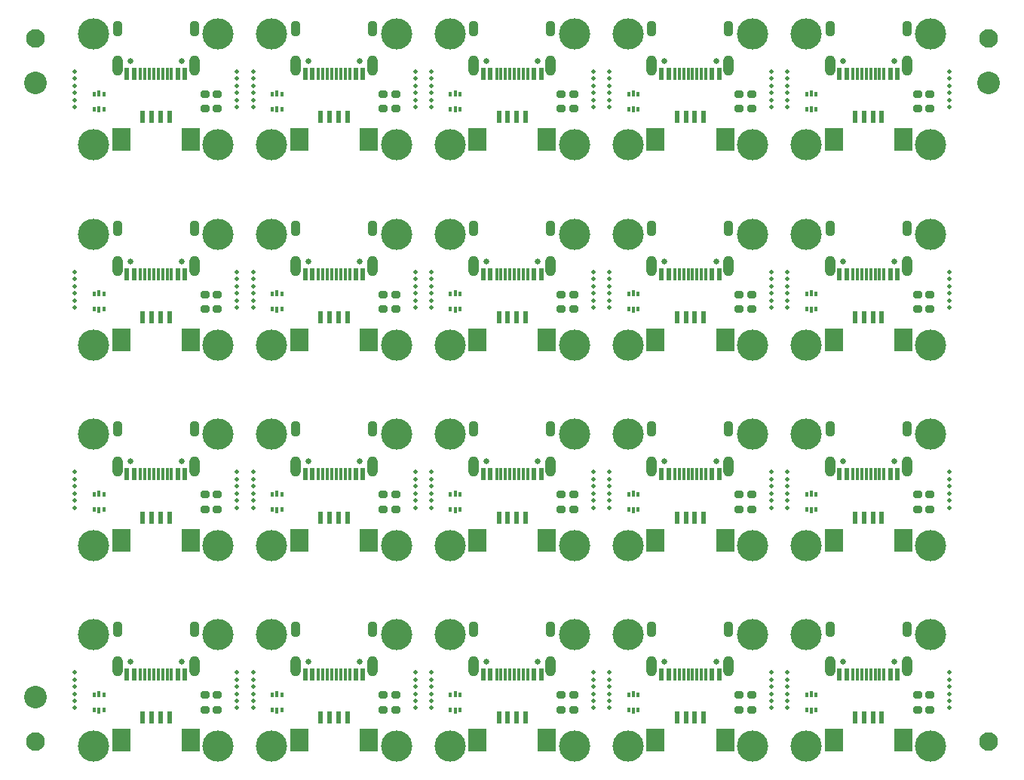
<source format=gts>
%TF.GenerationSoftware,KiCad,Pcbnew,8.0.4*%
%TF.CreationDate,2024-12-20T12:35:40+08:00*%
%TF.ProjectId,c3-type-c-out-panelized-output,63332d74-7970-4652-9d63-2d6f75742d70,rev?*%
%TF.SameCoordinates,PX5836c38PY1312d00*%
%TF.FileFunction,Soldermask,Top*%
%TF.FilePolarity,Negative*%
%FSLAX46Y46*%
G04 Gerber Fmt 4.6, Leading zero omitted, Abs format (unit mm)*
G04 Created by KiCad (PCBNEW 8.0.4) date 2024-12-20 12:35:40*
%MOMM*%
%LPD*%
G01*
G04 APERTURE LIST*
G04 Aperture macros list*
%AMRoundRect*
0 Rectangle with rounded corners*
0 $1 Rounding radius*
0 $2 $3 $4 $5 $6 $7 $8 $9 X,Y pos of 4 corners*
0 Add a 4 corners polygon primitive as box body*
4,1,4,$2,$3,$4,$5,$6,$7,$8,$9,$2,$3,0*
0 Add four circle primitives for the rounded corners*
1,1,$1+$1,$2,$3*
1,1,$1+$1,$4,$5*
1,1,$1+$1,$6,$7*
1,1,$1+$1,$8,$9*
0 Add four rect primitives between the rounded corners*
20,1,$1+$1,$2,$3,$4,$5,0*
20,1,$1+$1,$4,$5,$6,$7,0*
20,1,$1+$1,$6,$7,$8,$9,0*
20,1,$1+$1,$8,$9,$2,$3,0*%
G04 Aperture macros list end*
%ADD10C,3.500000*%
%ADD11C,0.500000*%
%ADD12C,0.650000*%
%ADD13R,0.600000X1.450000*%
%ADD14R,0.300000X1.450000*%
%ADD15O,1.200000X2.300000*%
%ADD16O,1.100000X1.800000*%
%ADD17R,0.375000X0.500000*%
%ADD18R,0.300000X0.650000*%
%ADD19RoundRect,0.200000X-0.275000X0.200000X-0.275000X-0.200000X0.275000X-0.200000X0.275000X0.200000X0*%
%ADD20C,2.100000*%
%ADD21RoundRect,0.200000X0.275000X-0.200000X0.275000X0.200000X-0.275000X0.200000X-0.275000X-0.200000X0*%
%ADD22R,0.500000X1.400000*%
%ADD23R,2.000000X2.500000*%
%ADD24C,2.540000*%
G04 APERTURE END LIST*
D10*
%TO.C,REF\u002A\u002A*%
X49001000Y-37000000D03*
%TD*%
D11*
%TO.C,KiKit_MB_10_1*%
X105101000Y-6250000D03*
%TD*%
D12*
%TO.C,J1*%
X98891000Y-50050000D03*
X93111000Y-50050000D03*
D13*
X99251000Y-51495000D03*
X98451000Y-51495000D03*
D14*
X97251000Y-51495000D03*
X96251000Y-51495000D03*
X95751000Y-51495000D03*
X94751000Y-51495000D03*
D13*
X93551000Y-51495000D03*
X92751000Y-51495000D03*
X92751000Y-51495000D03*
X93551000Y-51495000D03*
D14*
X94251000Y-51495000D03*
X95251000Y-51495000D03*
X96751000Y-51495000D03*
X97751000Y-51495000D03*
D13*
X98451000Y-51495000D03*
X99251000Y-51495000D03*
D15*
X100321000Y-50580000D03*
D16*
X100321000Y-46400000D03*
D15*
X91681000Y-50580000D03*
D16*
X91681000Y-46400000D03*
%TD*%
D10*
%TO.C,REF\u002A\u002A*%
X83001000Y-14500000D03*
%TD*%
D11*
%TO.C,KiKit_MB_39_3*%
X86901000Y-76150000D03*
%TD*%
%TO.C,KiKit_MB_1_3*%
X6901000Y-8650000D03*
%TD*%
%TO.C,KiKit_MB_37_3*%
X66901000Y-76150000D03*
%TD*%
D10*
%TO.C,REF\u002A\u002A*%
X9001000Y-2000000D03*
%TD*%
D12*
%TO.C,J1*%
X38891000Y-5050000D03*
X33111000Y-5050000D03*
D13*
X39251000Y-6495000D03*
X38451000Y-6495000D03*
D14*
X37251000Y-6495000D03*
X36251000Y-6495000D03*
X35751000Y-6495000D03*
X34751000Y-6495000D03*
D13*
X33551000Y-6495000D03*
X32751000Y-6495000D03*
X32751000Y-6495000D03*
X33551000Y-6495000D03*
D14*
X34251000Y-6495000D03*
X35251000Y-6495000D03*
X36751000Y-6495000D03*
X37751000Y-6495000D03*
D13*
X38451000Y-6495000D03*
X39251000Y-6495000D03*
D15*
X40321000Y-5580000D03*
D16*
X40321000Y-1400000D03*
D15*
X31681000Y-5580000D03*
D16*
X31681000Y-1400000D03*
%TD*%
D11*
%TO.C,KiKit_MB_10_3*%
X105101000Y-7850000D03*
%TD*%
%TO.C,KiKit_MB_19_5*%
X86901000Y-29550000D03*
%TD*%
%TO.C,KiKit_MB_31_2*%
X6901000Y-76950000D03*
%TD*%
%TO.C,KiKit_MB_26_1*%
X65101000Y-51250000D03*
%TD*%
%TO.C,KiKit_MB_20_3*%
X105101000Y-30350000D03*
%TD*%
D17*
%TO.C,U1*%
X70138500Y-76250000D03*
D18*
X69601000Y-76175000D03*
D17*
X69063500Y-76250000D03*
X69063500Y-77950000D03*
D18*
X69601000Y-78025000D03*
D17*
X70138500Y-77950000D03*
%TD*%
D10*
%TO.C,REF\u002A\u002A*%
X63001000Y-47000000D03*
%TD*%
D17*
%TO.C,U1*%
X50138500Y-53750000D03*
D18*
X49601000Y-53675000D03*
D17*
X49063500Y-53750000D03*
X49063500Y-55450000D03*
D18*
X49601000Y-55525000D03*
D17*
X50138500Y-55450000D03*
%TD*%
D10*
%TO.C,REF\u002A\u002A*%
X29001000Y-37000000D03*
%TD*%
D12*
%TO.C,J1*%
X78891000Y-5050000D03*
X73111000Y-5050000D03*
D13*
X79251000Y-6495000D03*
X78451000Y-6495000D03*
D14*
X77251000Y-6495000D03*
X76251000Y-6495000D03*
X75751000Y-6495000D03*
X74751000Y-6495000D03*
D13*
X73551000Y-6495000D03*
X72751000Y-6495000D03*
X72751000Y-6495000D03*
X73551000Y-6495000D03*
D14*
X74251000Y-6495000D03*
X75251000Y-6495000D03*
X76751000Y-6495000D03*
X77751000Y-6495000D03*
D13*
X78451000Y-6495000D03*
X79251000Y-6495000D03*
D15*
X80321000Y-5580000D03*
D16*
X80321000Y-1400000D03*
D15*
X71681000Y-5580000D03*
D16*
X71681000Y-1400000D03*
%TD*%
D11*
%TO.C,KiKit_MB_37_6*%
X66901000Y-73750000D03*
%TD*%
%TO.C,KiKit_MB_22_2*%
X25101000Y-52050000D03*
%TD*%
D17*
%TO.C,U1*%
X10138500Y-53750000D03*
D18*
X9601000Y-53675000D03*
D17*
X9063500Y-53750000D03*
X9063500Y-55450000D03*
D18*
X9601000Y-55525000D03*
D17*
X10138500Y-55450000D03*
%TD*%
D10*
%TO.C,REF\u002A\u002A*%
X69001000Y-59500000D03*
%TD*%
D11*
%TO.C,KiKit_MB_3_1*%
X26901000Y-10250000D03*
%TD*%
D12*
%TO.C,J1*%
X18891000Y-27550000D03*
X13111000Y-27550000D03*
D13*
X19251000Y-28995000D03*
X18451000Y-28995000D03*
D14*
X17251000Y-28995000D03*
X16251000Y-28995000D03*
X15751000Y-28995000D03*
X14751000Y-28995000D03*
D13*
X13551000Y-28995000D03*
X12751000Y-28995000D03*
X12751000Y-28995000D03*
X13551000Y-28995000D03*
D14*
X14251000Y-28995000D03*
X15251000Y-28995000D03*
X16751000Y-28995000D03*
X17751000Y-28995000D03*
D13*
X18451000Y-28995000D03*
X19251000Y-28995000D03*
D15*
X20321000Y-28080000D03*
D16*
X20321000Y-23900000D03*
D15*
X11681000Y-28080000D03*
D16*
X11681000Y-23900000D03*
%TD*%
D11*
%TO.C,KiKit_MB_38_6*%
X85101000Y-77750000D03*
%TD*%
%TO.C,KiKit_MB_38_2*%
X85101000Y-74550000D03*
%TD*%
%TO.C,KiKit_MB_10_5*%
X105101000Y-9450000D03*
%TD*%
D10*
%TO.C,REF\u002A\u002A*%
X9001000Y-47000000D03*
%TD*%
D11*
%TO.C,KiKit_MB_23_1*%
X26901000Y-55250000D03*
%TD*%
%TO.C,KiKit_MB_22_1*%
X25101000Y-51250000D03*
%TD*%
D17*
%TO.C,U1*%
X70138500Y-53750000D03*
D18*
X69601000Y-53675000D03*
D17*
X69063500Y-53750000D03*
X69063500Y-55450000D03*
D18*
X69601000Y-55525000D03*
D17*
X70138500Y-55450000D03*
%TD*%
D11*
%TO.C,KiKit_MB_31_5*%
X6901000Y-74550000D03*
%TD*%
D12*
%TO.C,J1*%
X58891000Y-72550000D03*
X53111000Y-72550000D03*
D13*
X59251000Y-73995000D03*
X58451000Y-73995000D03*
D14*
X57251000Y-73995000D03*
X56251000Y-73995000D03*
X55751000Y-73995000D03*
X54751000Y-73995000D03*
D13*
X53551000Y-73995000D03*
X52751000Y-73995000D03*
X52751000Y-73995000D03*
X53551000Y-73995000D03*
D14*
X54251000Y-73995000D03*
X55251000Y-73995000D03*
X56751000Y-73995000D03*
X57751000Y-73995000D03*
D13*
X58451000Y-73995000D03*
X59251000Y-73995000D03*
D15*
X60321000Y-73080000D03*
D16*
X60321000Y-68900000D03*
D15*
X51681000Y-73080000D03*
D16*
X51681000Y-68900000D03*
%TD*%
D19*
%TO.C,R2*%
X81501000Y-8775000D03*
X81501000Y-10425000D03*
%TD*%
D11*
%TO.C,KiKit_MB_12_4*%
X25101000Y-31150000D03*
%TD*%
%TO.C,KiKit_MB_33_4*%
X26901000Y-75350000D03*
%TD*%
D10*
%TO.C,REF\u002A\u002A*%
X23001000Y-2000000D03*
%TD*%
D11*
%TO.C,KiKit_MB_32_6*%
X25101000Y-77750000D03*
%TD*%
D10*
%TO.C,REF\u002A\u002A*%
X43001000Y-47000000D03*
%TD*%
D11*
%TO.C,KiKit_MB_20_6*%
X105101000Y-32750000D03*
%TD*%
D10*
%TO.C,REF\u002A\u002A*%
X89001000Y-82000000D03*
%TD*%
D12*
%TO.C,J1*%
X18891000Y-72550000D03*
X13111000Y-72550000D03*
D13*
X19251000Y-73995000D03*
X18451000Y-73995000D03*
D14*
X17251000Y-73995000D03*
X16251000Y-73995000D03*
X15751000Y-73995000D03*
X14751000Y-73995000D03*
D13*
X13551000Y-73995000D03*
X12751000Y-73995000D03*
X12751000Y-73995000D03*
X13551000Y-73995000D03*
D14*
X14251000Y-73995000D03*
X15251000Y-73995000D03*
X16751000Y-73995000D03*
X17751000Y-73995000D03*
D13*
X18451000Y-73995000D03*
X19251000Y-73995000D03*
D15*
X20321000Y-73080000D03*
D16*
X20321000Y-68900000D03*
D15*
X11681000Y-73080000D03*
D16*
X11681000Y-68900000D03*
%TD*%
D11*
%TO.C,KiKit_MB_11_6*%
X6901000Y-28750000D03*
%TD*%
D20*
%TO.C,KiKit_TO_3*%
X2500000Y-81500000D03*
%TD*%
D10*
%TO.C,REF\u002A\u002A*%
X63001000Y-37000000D03*
%TD*%
D12*
%TO.C,J1*%
X38891000Y-50050000D03*
X33111000Y-50050000D03*
D13*
X39251000Y-51495000D03*
X38451000Y-51495000D03*
D14*
X37251000Y-51495000D03*
X36251000Y-51495000D03*
X35751000Y-51495000D03*
X34751000Y-51495000D03*
D13*
X33551000Y-51495000D03*
X32751000Y-51495000D03*
X32751000Y-51495000D03*
X33551000Y-51495000D03*
D14*
X34251000Y-51495000D03*
X35251000Y-51495000D03*
X36751000Y-51495000D03*
X37751000Y-51495000D03*
D13*
X38451000Y-51495000D03*
X39251000Y-51495000D03*
D15*
X40321000Y-50580000D03*
D16*
X40321000Y-46400000D03*
D15*
X31681000Y-50580000D03*
D16*
X31681000Y-46400000D03*
%TD*%
D20*
%TO.C,KiKit_TO_4*%
X109502000Y-81500000D03*
%TD*%
D21*
%TO.C,R1*%
X102901000Y-77925000D03*
X102901000Y-76275000D03*
%TD*%
D10*
%TO.C,REF\u002A\u002A*%
X63001000Y-24500000D03*
%TD*%
%TO.C,REF\u002A\u002A*%
X23001000Y-59500000D03*
%TD*%
D11*
%TO.C,KiKit_MB_38_1*%
X85101000Y-73750000D03*
%TD*%
D10*
%TO.C,REF\u002A\u002A*%
X63001000Y-69500000D03*
%TD*%
%TO.C,REF\u002A\u002A*%
X103001000Y-59500000D03*
%TD*%
D21*
%TO.C,R1*%
X82901000Y-55425000D03*
X82901000Y-53775000D03*
%TD*%
D11*
%TO.C,KiKit_MB_34_2*%
X45101000Y-74550000D03*
%TD*%
%TO.C,KiKit_MB_16_6*%
X65101000Y-32750000D03*
%TD*%
%TO.C,KiKit_MB_33_6*%
X26901000Y-73750000D03*
%TD*%
%TO.C,KiKit_MB_31_4*%
X6901000Y-75350000D03*
%TD*%
%TO.C,KiKit_MB_36_5*%
X65101000Y-76950000D03*
%TD*%
%TO.C,KiKit_MB_22_4*%
X25101000Y-53650000D03*
%TD*%
%TO.C,KiKit_MB_1_5*%
X6901000Y-7050000D03*
%TD*%
%TO.C,KiKit_MB_6_6*%
X65101000Y-10250000D03*
%TD*%
D10*
%TO.C,REF\u002A\u002A*%
X103001000Y-37000000D03*
%TD*%
D11*
%TO.C,KiKit_MB_32_4*%
X25101000Y-76150000D03*
%TD*%
D22*
%TO.C,J2*%
X14501000Y-33850000D03*
X15501000Y-33850000D03*
X16501000Y-33850000D03*
X17501000Y-33850000D03*
D23*
X12101000Y-36375000D03*
X19901000Y-36375000D03*
%TD*%
D11*
%TO.C,KiKit_MB_26_2*%
X65101000Y-52050000D03*
%TD*%
D17*
%TO.C,U1*%
X10138500Y-31250000D03*
D18*
X9601000Y-31175000D03*
D17*
X9063500Y-31250000D03*
X9063500Y-32950000D03*
D18*
X9601000Y-33025000D03*
D17*
X10138500Y-32950000D03*
%TD*%
D11*
%TO.C,KiKit_MB_4_6*%
X45101000Y-10250000D03*
%TD*%
%TO.C,KiKit_MB_2_5*%
X25101000Y-9450000D03*
%TD*%
%TO.C,KiKit_MB_35_2*%
X46901000Y-76950000D03*
%TD*%
%TO.C,KiKit_MB_35_6*%
X46901000Y-73750000D03*
%TD*%
%TO.C,KiKit_MB_39_5*%
X86901000Y-74550000D03*
%TD*%
%TO.C,KiKit_MB_19_1*%
X86901000Y-32750000D03*
%TD*%
D19*
%TO.C,R2*%
X101501000Y-53775000D03*
X101501000Y-55425000D03*
%TD*%
D11*
%TO.C,KiKit_MB_14_6*%
X45101000Y-32750000D03*
%TD*%
D10*
%TO.C,REF\u002A\u002A*%
X43001000Y-69500000D03*
%TD*%
D11*
%TO.C,KiKit_MB_18_2*%
X85101000Y-29550000D03*
%TD*%
%TO.C,KiKit_MB_21_3*%
X6901000Y-53650000D03*
%TD*%
%TO.C,KiKit_MB_33_1*%
X26901000Y-77750000D03*
%TD*%
D19*
%TO.C,R2*%
X21501000Y-76275000D03*
X21501000Y-77925000D03*
%TD*%
D11*
%TO.C,KiKit_MB_13_6*%
X26901000Y-28750000D03*
%TD*%
%TO.C,KiKit_MB_3_3*%
X26901000Y-8650000D03*
%TD*%
D10*
%TO.C,REF\u002A\u002A*%
X63001000Y-14500000D03*
%TD*%
D11*
%TO.C,KiKit_MB_30_2*%
X105101000Y-52050000D03*
%TD*%
%TO.C,KiKit_MB_23_2*%
X26901000Y-54450000D03*
%TD*%
%TO.C,KiKit_MB_1_6*%
X6901000Y-6250000D03*
%TD*%
%TO.C,KiKit_MB_27_1*%
X66901000Y-55250000D03*
%TD*%
%TO.C,KiKit_MB_1_4*%
X6901000Y-7850000D03*
%TD*%
%TO.C,KiKit_MB_38_3*%
X85101000Y-75350000D03*
%TD*%
D10*
%TO.C,REF\u002A\u002A*%
X89001000Y-24500000D03*
%TD*%
D11*
%TO.C,KiKit_MB_39_2*%
X86901000Y-76950000D03*
%TD*%
%TO.C,KiKit_MB_4_5*%
X45101000Y-9450000D03*
%TD*%
%TO.C,KiKit_MB_14_3*%
X45101000Y-30350000D03*
%TD*%
%TO.C,KiKit_MB_20_5*%
X105101000Y-31950000D03*
%TD*%
%TO.C,KiKit_MB_9_2*%
X86901000Y-9450000D03*
%TD*%
%TO.C,KiKit_MB_30_3*%
X105101000Y-52850000D03*
%TD*%
%TO.C,KiKit_MB_2_1*%
X25101000Y-6250000D03*
%TD*%
%TO.C,KiKit_MB_18_6*%
X85101000Y-32750000D03*
%TD*%
%TO.C,KiKit_MB_28_4*%
X85101000Y-53650000D03*
%TD*%
%TO.C,KiKit_MB_15_1*%
X46901000Y-32750000D03*
%TD*%
%TO.C,KiKit_MB_40_5*%
X105101000Y-76950000D03*
%TD*%
%TO.C,KiKit_MB_21_5*%
X6901000Y-52050000D03*
%TD*%
%TO.C,KiKit_MB_15_2*%
X46901000Y-31950000D03*
%TD*%
%TO.C,KiKit_MB_9_3*%
X86901000Y-8650000D03*
%TD*%
%TO.C,KiKit_MB_19_2*%
X86901000Y-31950000D03*
%TD*%
%TO.C,KiKit_MB_17_1*%
X66901000Y-32750000D03*
%TD*%
D22*
%TO.C,J2*%
X34501000Y-33850000D03*
X35501000Y-33850000D03*
X36501000Y-33850000D03*
X37501000Y-33850000D03*
D23*
X32101000Y-36375000D03*
X39901000Y-36375000D03*
%TD*%
D10*
%TO.C,REF\u002A\u002A*%
X83001000Y-69500000D03*
%TD*%
%TO.C,REF\u002A\u002A*%
X29001000Y-82000000D03*
%TD*%
%TO.C,REF\u002A\u002A*%
X43001000Y-59500000D03*
%TD*%
D11*
%TO.C,KiKit_MB_24_6*%
X45101000Y-55250000D03*
%TD*%
D19*
%TO.C,R2*%
X61501000Y-31275000D03*
X61501000Y-32925000D03*
%TD*%
D11*
%TO.C,KiKit_MB_30_1*%
X105101000Y-51250000D03*
%TD*%
D10*
%TO.C,REF\u002A\u002A*%
X89001000Y-14500000D03*
%TD*%
D11*
%TO.C,KiKit_MB_21_4*%
X6901000Y-52850000D03*
%TD*%
%TO.C,KiKit_MB_6_1*%
X65101000Y-6250000D03*
%TD*%
D21*
%TO.C,R1*%
X42901000Y-55425000D03*
X42901000Y-53775000D03*
%TD*%
D17*
%TO.C,U1*%
X90138500Y-76250000D03*
D18*
X89601000Y-76175000D03*
D17*
X89063500Y-76250000D03*
X89063500Y-77950000D03*
D18*
X89601000Y-78025000D03*
D17*
X90138500Y-77950000D03*
%TD*%
D21*
%TO.C,R1*%
X102901000Y-10425000D03*
X102901000Y-8775000D03*
%TD*%
D11*
%TO.C,KiKit_MB_9_1*%
X86901000Y-10250000D03*
%TD*%
D21*
%TO.C,R1*%
X62901000Y-55425000D03*
X62901000Y-53775000D03*
%TD*%
D11*
%TO.C,KiKit_MB_23_3*%
X26901000Y-53650000D03*
%TD*%
%TO.C,KiKit_MB_8_6*%
X85101000Y-10250000D03*
%TD*%
%TO.C,KiKit_MB_16_2*%
X65101000Y-29550000D03*
%TD*%
%TO.C,KiKit_MB_11_1*%
X6901000Y-32750000D03*
%TD*%
D10*
%TO.C,REF\u002A\u002A*%
X49001000Y-2000000D03*
%TD*%
D20*
%TO.C,KiKit_TO_2*%
X109502000Y-2500000D03*
%TD*%
D21*
%TO.C,R1*%
X22901000Y-55425000D03*
X22901000Y-53775000D03*
%TD*%
D11*
%TO.C,KiKit_MB_21_1*%
X6901000Y-55250000D03*
%TD*%
D10*
%TO.C,REF\u002A\u002A*%
X9001000Y-69500000D03*
%TD*%
D11*
%TO.C,KiKit_MB_13_4*%
X26901000Y-30350000D03*
%TD*%
D17*
%TO.C,U1*%
X10138500Y-76250000D03*
D18*
X9601000Y-76175000D03*
D17*
X9063500Y-76250000D03*
X9063500Y-77950000D03*
D18*
X9601000Y-78025000D03*
D17*
X10138500Y-77950000D03*
%TD*%
D10*
%TO.C,REF\u002A\u002A*%
X83001000Y-82000000D03*
%TD*%
D19*
%TO.C,R2*%
X41501000Y-76275000D03*
X41501000Y-77925000D03*
%TD*%
D11*
%TO.C,KiKit_MB_14_5*%
X45101000Y-31950000D03*
%TD*%
%TO.C,KiKit_MB_15_4*%
X46901000Y-30350000D03*
%TD*%
%TO.C,KiKit_MB_21_2*%
X6901000Y-54450000D03*
%TD*%
%TO.C,KiKit_MB_27_4*%
X66901000Y-52850000D03*
%TD*%
D10*
%TO.C,REF\u002A\u002A*%
X29001000Y-2000000D03*
%TD*%
D22*
%TO.C,J2*%
X74501000Y-78850000D03*
X75501000Y-78850000D03*
X76501000Y-78850000D03*
X77501000Y-78850000D03*
D23*
X72101000Y-81375000D03*
X79901000Y-81375000D03*
%TD*%
D10*
%TO.C,REF\u002A\u002A*%
X89001000Y-59500000D03*
%TD*%
%TO.C,REF\u002A\u002A*%
X83001000Y-2000000D03*
%TD*%
D11*
%TO.C,KiKit_MB_25_5*%
X46901000Y-52050000D03*
%TD*%
%TO.C,KiKit_MB_30_6*%
X105101000Y-55250000D03*
%TD*%
D10*
%TO.C,REF\u002A\u002A*%
X23001000Y-37000000D03*
%TD*%
D11*
%TO.C,KiKit_MB_17_4*%
X66901000Y-30350000D03*
%TD*%
%TO.C,KiKit_MB_12_5*%
X25101000Y-31950000D03*
%TD*%
%TO.C,KiKit_MB_10_6*%
X105101000Y-10250000D03*
%TD*%
%TO.C,KiKit_MB_38_5*%
X85101000Y-76950000D03*
%TD*%
%TO.C,KiKit_MB_5_2*%
X46901000Y-9450000D03*
%TD*%
D10*
%TO.C,REF\u002A\u002A*%
X23001000Y-14500000D03*
%TD*%
D22*
%TO.C,J2*%
X34501000Y-11350000D03*
X35501000Y-11350000D03*
X36501000Y-11350000D03*
X37501000Y-11350000D03*
D23*
X32101000Y-13875000D03*
X39901000Y-13875000D03*
%TD*%
D11*
%TO.C,KiKit_MB_28_6*%
X85101000Y-55250000D03*
%TD*%
D10*
%TO.C,REF\u002A\u002A*%
X43001000Y-2000000D03*
%TD*%
D17*
%TO.C,U1*%
X30138500Y-53750000D03*
D18*
X29601000Y-53675000D03*
D17*
X29063500Y-53750000D03*
X29063500Y-55450000D03*
D18*
X29601000Y-55525000D03*
D17*
X30138500Y-55450000D03*
%TD*%
D10*
%TO.C,REF\u002A\u002A*%
X9001000Y-37000000D03*
%TD*%
D12*
%TO.C,J1*%
X58891000Y-27550000D03*
X53111000Y-27550000D03*
D13*
X59251000Y-28995000D03*
X58451000Y-28995000D03*
D14*
X57251000Y-28995000D03*
X56251000Y-28995000D03*
X55751000Y-28995000D03*
X54751000Y-28995000D03*
D13*
X53551000Y-28995000D03*
X52751000Y-28995000D03*
X52751000Y-28995000D03*
X53551000Y-28995000D03*
D14*
X54251000Y-28995000D03*
X55251000Y-28995000D03*
X56751000Y-28995000D03*
X57751000Y-28995000D03*
D13*
X58451000Y-28995000D03*
X59251000Y-28995000D03*
D15*
X60321000Y-28080000D03*
D16*
X60321000Y-23900000D03*
D15*
X51681000Y-28080000D03*
D16*
X51681000Y-23900000D03*
%TD*%
D11*
%TO.C,KiKit_MB_8_4*%
X85101000Y-8650000D03*
%TD*%
%TO.C,KiKit_MB_35_3*%
X46901000Y-76150000D03*
%TD*%
D21*
%TO.C,R1*%
X42901000Y-10425000D03*
X42901000Y-8775000D03*
%TD*%
D11*
%TO.C,KiKit_MB_37_5*%
X66901000Y-74550000D03*
%TD*%
D22*
%TO.C,J2*%
X54501000Y-33850000D03*
X55501000Y-33850000D03*
X56501000Y-33850000D03*
X57501000Y-33850000D03*
D23*
X52101000Y-36375000D03*
X59901000Y-36375000D03*
%TD*%
D11*
%TO.C,KiKit_MB_39_6*%
X86901000Y-73750000D03*
%TD*%
D21*
%TO.C,R1*%
X102901000Y-55425000D03*
X102901000Y-53775000D03*
%TD*%
D11*
%TO.C,KiKit_MB_1_1*%
X6901000Y-10250000D03*
%TD*%
D10*
%TO.C,REF\u002A\u002A*%
X103001000Y-2000000D03*
%TD*%
D11*
%TO.C,KiKit_MB_16_1*%
X65101000Y-28750000D03*
%TD*%
D19*
%TO.C,R2*%
X101501000Y-8775000D03*
X101501000Y-10425000D03*
%TD*%
D11*
%TO.C,KiKit_MB_11_5*%
X6901000Y-29550000D03*
%TD*%
%TO.C,KiKit_MB_33_3*%
X26901000Y-76150000D03*
%TD*%
%TO.C,KiKit_MB_39_1*%
X86901000Y-77750000D03*
%TD*%
%TO.C,KiKit_MB_12_3*%
X25101000Y-30350000D03*
%TD*%
%TO.C,KiKit_MB_24_3*%
X45101000Y-52850000D03*
%TD*%
%TO.C,KiKit_MB_10_4*%
X105101000Y-8650000D03*
%TD*%
D10*
%TO.C,REF\u002A\u002A*%
X103001000Y-24500000D03*
%TD*%
D22*
%TO.C,J2*%
X74501000Y-56350000D03*
X75501000Y-56350000D03*
X76501000Y-56350000D03*
X77501000Y-56350000D03*
D23*
X72101000Y-58875000D03*
X79901000Y-58875000D03*
%TD*%
D11*
%TO.C,KiKit_MB_30_5*%
X105101000Y-54450000D03*
%TD*%
D19*
%TO.C,R2*%
X81501000Y-31275000D03*
X81501000Y-32925000D03*
%TD*%
D11*
%TO.C,KiKit_MB_12_6*%
X25101000Y-32750000D03*
%TD*%
%TO.C,KiKit_MB_8_5*%
X85101000Y-9450000D03*
%TD*%
%TO.C,KiKit_MB_40_6*%
X105101000Y-77750000D03*
%TD*%
D10*
%TO.C,REF\u002A\u002A*%
X49001000Y-69500000D03*
%TD*%
D11*
%TO.C,KiKit_MB_32_2*%
X25101000Y-74550000D03*
%TD*%
%TO.C,KiKit_MB_24_1*%
X45101000Y-51250000D03*
%TD*%
D10*
%TO.C,REF\u002A\u002A*%
X103001000Y-14500000D03*
%TD*%
D11*
%TO.C,KiKit_MB_5_5*%
X46901000Y-7050000D03*
%TD*%
%TO.C,KiKit_MB_5_4*%
X46901000Y-7850000D03*
%TD*%
D22*
%TO.C,J2*%
X74501000Y-33850000D03*
X75501000Y-33850000D03*
X76501000Y-33850000D03*
X77501000Y-33850000D03*
D23*
X72101000Y-36375000D03*
X79901000Y-36375000D03*
%TD*%
D11*
%TO.C,KiKit_MB_23_4*%
X26901000Y-52850000D03*
%TD*%
%TO.C,KiKit_MB_35_1*%
X46901000Y-77750000D03*
%TD*%
%TO.C,KiKit_MB_28_1*%
X85101000Y-51250000D03*
%TD*%
D10*
%TO.C,REF\u002A\u002A*%
X29001000Y-47000000D03*
%TD*%
D21*
%TO.C,R1*%
X62901000Y-77925000D03*
X62901000Y-76275000D03*
%TD*%
D11*
%TO.C,KiKit_MB_17_2*%
X66901000Y-31950000D03*
%TD*%
%TO.C,KiKit_MB_24_2*%
X45101000Y-52050000D03*
%TD*%
D19*
%TO.C,R2*%
X21501000Y-8775000D03*
X21501000Y-10425000D03*
%TD*%
D11*
%TO.C,KiKit_MB_32_3*%
X25101000Y-75350000D03*
%TD*%
D12*
%TO.C,J1*%
X78891000Y-50050000D03*
X73111000Y-50050000D03*
D13*
X79251000Y-51495000D03*
X78451000Y-51495000D03*
D14*
X77251000Y-51495000D03*
X76251000Y-51495000D03*
X75751000Y-51495000D03*
X74751000Y-51495000D03*
D13*
X73551000Y-51495000D03*
X72751000Y-51495000D03*
X72751000Y-51495000D03*
X73551000Y-51495000D03*
D14*
X74251000Y-51495000D03*
X75251000Y-51495000D03*
X76751000Y-51495000D03*
X77751000Y-51495000D03*
D13*
X78451000Y-51495000D03*
X79251000Y-51495000D03*
D15*
X80321000Y-50580000D03*
D16*
X80321000Y-46400000D03*
D15*
X71681000Y-50580000D03*
D16*
X71681000Y-46400000D03*
%TD*%
D10*
%TO.C,REF\u002A\u002A*%
X63001000Y-2000000D03*
%TD*%
D22*
%TO.C,J2*%
X94501000Y-33850000D03*
X95501000Y-33850000D03*
X96501000Y-33850000D03*
X97501000Y-33850000D03*
D23*
X92101000Y-36375000D03*
X99901000Y-36375000D03*
%TD*%
D11*
%TO.C,KiKit_MB_2_3*%
X25101000Y-7850000D03*
%TD*%
D17*
%TO.C,U1*%
X50138500Y-31250000D03*
D18*
X49601000Y-31175000D03*
D17*
X49063500Y-31250000D03*
X49063500Y-32950000D03*
D18*
X49601000Y-33025000D03*
D17*
X50138500Y-32950000D03*
%TD*%
D10*
%TO.C,REF\u002A\u002A*%
X89001000Y-69500000D03*
%TD*%
D11*
%TO.C,KiKit_MB_26_3*%
X65101000Y-52850000D03*
%TD*%
%TO.C,KiKit_MB_7_2*%
X66901000Y-9450000D03*
%TD*%
D21*
%TO.C,R1*%
X42901000Y-77925000D03*
X42901000Y-76275000D03*
%TD*%
D10*
%TO.C,REF\u002A\u002A*%
X49001000Y-14500000D03*
%TD*%
D11*
%TO.C,KiKit_MB_11_2*%
X6901000Y-31950000D03*
%TD*%
%TO.C,KiKit_MB_9_4*%
X86901000Y-7850000D03*
%TD*%
D10*
%TO.C,REF\u002A\u002A*%
X89001000Y-2000000D03*
%TD*%
D11*
%TO.C,KiKit_MB_17_5*%
X66901000Y-29550000D03*
%TD*%
D24*
%TO.C,KiKit_FID_T_1*%
X2500000Y-7500000D03*
%TD*%
D11*
%TO.C,KiKit_MB_6_3*%
X65101000Y-7850000D03*
%TD*%
D22*
%TO.C,J2*%
X94501000Y-78850000D03*
X95501000Y-78850000D03*
X96501000Y-78850000D03*
X97501000Y-78850000D03*
D23*
X92101000Y-81375000D03*
X99901000Y-81375000D03*
%TD*%
D11*
%TO.C,KiKit_MB_25_3*%
X46901000Y-53650000D03*
%TD*%
D21*
%TO.C,R1*%
X82901000Y-32925000D03*
X82901000Y-31275000D03*
%TD*%
D11*
%TO.C,KiKit_MB_36_2*%
X65101000Y-74550000D03*
%TD*%
%TO.C,KiKit_MB_19_6*%
X86901000Y-28750000D03*
%TD*%
D17*
%TO.C,U1*%
X90138500Y-8750000D03*
D18*
X89601000Y-8675000D03*
D17*
X89063500Y-8750000D03*
X89063500Y-10450000D03*
D18*
X89601000Y-10525000D03*
D17*
X90138500Y-10450000D03*
%TD*%
D24*
%TO.C,KiKit_FID_T_2*%
X109502000Y-7500000D03*
%TD*%
D19*
%TO.C,R2*%
X61501000Y-76275000D03*
X61501000Y-77925000D03*
%TD*%
D11*
%TO.C,KiKit_MB_4_3*%
X45101000Y-7850000D03*
%TD*%
D10*
%TO.C,REF\u002A\u002A*%
X43001000Y-37000000D03*
%TD*%
D11*
%TO.C,KiKit_MB_4_2*%
X45101000Y-7050000D03*
%TD*%
D22*
%TO.C,J2*%
X54501000Y-78850000D03*
X55501000Y-78850000D03*
X56501000Y-78850000D03*
X57501000Y-78850000D03*
D23*
X52101000Y-81375000D03*
X59901000Y-81375000D03*
%TD*%
D10*
%TO.C,REF\u002A\u002A*%
X69001000Y-14500000D03*
%TD*%
D11*
%TO.C,KiKit_MB_7_4*%
X66901000Y-7850000D03*
%TD*%
%TO.C,KiKit_MB_25_1*%
X46901000Y-55250000D03*
%TD*%
D19*
%TO.C,R2*%
X41501000Y-31275000D03*
X41501000Y-32925000D03*
%TD*%
D10*
%TO.C,REF\u002A\u002A*%
X9001000Y-82000000D03*
%TD*%
D21*
%TO.C,R1*%
X102901000Y-32925000D03*
X102901000Y-31275000D03*
%TD*%
D11*
%TO.C,KiKit_MB_25_2*%
X46901000Y-54450000D03*
%TD*%
%TO.C,KiKit_MB_25_6*%
X46901000Y-51250000D03*
%TD*%
D17*
%TO.C,U1*%
X30138500Y-8750000D03*
D18*
X29601000Y-8675000D03*
D17*
X29063500Y-8750000D03*
X29063500Y-10450000D03*
D18*
X29601000Y-10525000D03*
D17*
X30138500Y-10450000D03*
%TD*%
D11*
%TO.C,KiKit_MB_8_1*%
X85101000Y-6250000D03*
%TD*%
D19*
%TO.C,R2*%
X41501000Y-8775000D03*
X41501000Y-10425000D03*
%TD*%
D21*
%TO.C,R1*%
X22901000Y-10425000D03*
X22901000Y-8775000D03*
%TD*%
D11*
%TO.C,KiKit_MB_27_5*%
X66901000Y-52050000D03*
%TD*%
%TO.C,KiKit_MB_40_2*%
X105101000Y-74550000D03*
%TD*%
%TO.C,KiKit_MB_29_5*%
X86901000Y-52050000D03*
%TD*%
%TO.C,KiKit_MB_34_5*%
X45101000Y-76950000D03*
%TD*%
%TO.C,KiKit_MB_19_3*%
X86901000Y-31150000D03*
%TD*%
%TO.C,KiKit_MB_5_1*%
X46901000Y-10250000D03*
%TD*%
%TO.C,KiKit_MB_18_3*%
X85101000Y-30350000D03*
%TD*%
%TO.C,KiKit_MB_11_4*%
X6901000Y-30350000D03*
%TD*%
D10*
%TO.C,REF\u002A\u002A*%
X43001000Y-24500000D03*
%TD*%
D22*
%TO.C,J2*%
X14501000Y-56350000D03*
X15501000Y-56350000D03*
X16501000Y-56350000D03*
X17501000Y-56350000D03*
D23*
X12101000Y-58875000D03*
X19901000Y-58875000D03*
%TD*%
D11*
%TO.C,KiKit_MB_10_2*%
X105101000Y-7050000D03*
%TD*%
%TO.C,KiKit_MB_35_5*%
X46901000Y-74550000D03*
%TD*%
%TO.C,KiKit_MB_6_4*%
X65101000Y-8650000D03*
%TD*%
D10*
%TO.C,REF\u002A\u002A*%
X83001000Y-37000000D03*
%TD*%
D11*
%TO.C,KiKit_MB_31_6*%
X6901000Y-73750000D03*
%TD*%
%TO.C,KiKit_MB_27_6*%
X66901000Y-51250000D03*
%TD*%
%TO.C,KiKit_MB_6_5*%
X65101000Y-9450000D03*
%TD*%
D10*
%TO.C,REF\u002A\u002A*%
X63001000Y-59500000D03*
%TD*%
D11*
%TO.C,KiKit_MB_3_4*%
X26901000Y-7850000D03*
%TD*%
D10*
%TO.C,REF\u002A\u002A*%
X43001000Y-82000000D03*
%TD*%
D11*
%TO.C,KiKit_MB_13_5*%
X26901000Y-29550000D03*
%TD*%
D21*
%TO.C,R1*%
X62901000Y-32925000D03*
X62901000Y-31275000D03*
%TD*%
D22*
%TO.C,J2*%
X74501000Y-11350000D03*
X75501000Y-11350000D03*
X76501000Y-11350000D03*
X77501000Y-11350000D03*
D23*
X72101000Y-13875000D03*
X79901000Y-13875000D03*
%TD*%
D17*
%TO.C,U1*%
X50138500Y-8750000D03*
D18*
X49601000Y-8675000D03*
D17*
X49063500Y-8750000D03*
X49063500Y-10450000D03*
D18*
X49601000Y-10525000D03*
D17*
X50138500Y-10450000D03*
%TD*%
D12*
%TO.C,J1*%
X18891000Y-50050000D03*
X13111000Y-50050000D03*
D13*
X19251000Y-51495000D03*
X18451000Y-51495000D03*
D14*
X17251000Y-51495000D03*
X16251000Y-51495000D03*
X15751000Y-51495000D03*
X14751000Y-51495000D03*
D13*
X13551000Y-51495000D03*
X12751000Y-51495000D03*
X12751000Y-51495000D03*
X13551000Y-51495000D03*
D14*
X14251000Y-51495000D03*
X15251000Y-51495000D03*
X16751000Y-51495000D03*
X17751000Y-51495000D03*
D13*
X18451000Y-51495000D03*
X19251000Y-51495000D03*
D15*
X20321000Y-50580000D03*
D16*
X20321000Y-46400000D03*
D15*
X11681000Y-50580000D03*
D16*
X11681000Y-46400000D03*
%TD*%
D11*
%TO.C,KiKit_MB_38_4*%
X85101000Y-76150000D03*
%TD*%
D19*
%TO.C,R2*%
X101501000Y-31275000D03*
X101501000Y-32925000D03*
%TD*%
D11*
%TO.C,KiKit_MB_2_4*%
X25101000Y-8650000D03*
%TD*%
%TO.C,KiKit_MB_36_4*%
X65101000Y-76150000D03*
%TD*%
%TO.C,KiKit_MB_32_5*%
X25101000Y-76950000D03*
%TD*%
D21*
%TO.C,R1*%
X62901000Y-10425000D03*
X62901000Y-8775000D03*
%TD*%
D10*
%TO.C,REF\u002A\u002A*%
X49001000Y-24500000D03*
%TD*%
%TO.C,REF\u002A\u002A*%
X69001000Y-37000000D03*
%TD*%
D22*
%TO.C,J2*%
X54501000Y-56350000D03*
X55501000Y-56350000D03*
X56501000Y-56350000D03*
X57501000Y-56350000D03*
D23*
X52101000Y-58875000D03*
X59901000Y-58875000D03*
%TD*%
D11*
%TO.C,KiKit_MB_18_5*%
X85101000Y-31950000D03*
%TD*%
%TO.C,KiKit_MB_15_3*%
X46901000Y-31150000D03*
%TD*%
%TO.C,KiKit_MB_29_3*%
X86901000Y-53650000D03*
%TD*%
D10*
%TO.C,REF\u002A\u002A*%
X23001000Y-69500000D03*
%TD*%
%TO.C,REF\u002A\u002A*%
X29001000Y-69500000D03*
%TD*%
D11*
%TO.C,KiKit_MB_31_1*%
X6901000Y-77750000D03*
%TD*%
%TO.C,KiKit_MB_22_3*%
X25101000Y-52850000D03*
%TD*%
D17*
%TO.C,U1*%
X10138500Y-8750000D03*
D18*
X9601000Y-8675000D03*
D17*
X9063500Y-8750000D03*
X9063500Y-10450000D03*
D18*
X9601000Y-10525000D03*
D17*
X10138500Y-10450000D03*
%TD*%
D11*
%TO.C,KiKit_MB_28_2*%
X85101000Y-52050000D03*
%TD*%
%TO.C,KiKit_MB_16_3*%
X65101000Y-30350000D03*
%TD*%
D12*
%TO.C,J1*%
X78891000Y-72550000D03*
X73111000Y-72550000D03*
D13*
X79251000Y-73995000D03*
X78451000Y-73995000D03*
D14*
X77251000Y-73995000D03*
X76251000Y-73995000D03*
X75751000Y-73995000D03*
X74751000Y-73995000D03*
D13*
X73551000Y-73995000D03*
X72751000Y-73995000D03*
X72751000Y-73995000D03*
X73551000Y-73995000D03*
D14*
X74251000Y-73995000D03*
X75251000Y-73995000D03*
X76751000Y-73995000D03*
X77751000Y-73995000D03*
D13*
X78451000Y-73995000D03*
X79251000Y-73995000D03*
D15*
X80321000Y-73080000D03*
D16*
X80321000Y-68900000D03*
D15*
X71681000Y-73080000D03*
D16*
X71681000Y-68900000D03*
%TD*%
D22*
%TO.C,J2*%
X34501000Y-78850000D03*
X35501000Y-78850000D03*
X36501000Y-78850000D03*
X37501000Y-78850000D03*
D23*
X32101000Y-81375000D03*
X39901000Y-81375000D03*
%TD*%
D11*
%TO.C,KiKit_MB_4_1*%
X45101000Y-6250000D03*
%TD*%
D12*
%TO.C,J1*%
X38891000Y-72550000D03*
X33111000Y-72550000D03*
D13*
X39251000Y-73995000D03*
X38451000Y-73995000D03*
D14*
X37251000Y-73995000D03*
X36251000Y-73995000D03*
X35751000Y-73995000D03*
X34751000Y-73995000D03*
D13*
X33551000Y-73995000D03*
X32751000Y-73995000D03*
X32751000Y-73995000D03*
X33551000Y-73995000D03*
D14*
X34251000Y-73995000D03*
X35251000Y-73995000D03*
X36751000Y-73995000D03*
X37751000Y-73995000D03*
D13*
X38451000Y-73995000D03*
X39251000Y-73995000D03*
D15*
X40321000Y-73080000D03*
D16*
X40321000Y-68900000D03*
D15*
X31681000Y-73080000D03*
D16*
X31681000Y-68900000D03*
%TD*%
D11*
%TO.C,KiKit_MB_19_4*%
X86901000Y-30350000D03*
%TD*%
%TO.C,KiKit_MB_9_5*%
X86901000Y-7050000D03*
%TD*%
%TO.C,KiKit_MB_8_3*%
X85101000Y-7850000D03*
%TD*%
%TO.C,KiKit_MB_9_6*%
X86901000Y-6250000D03*
%TD*%
%TO.C,KiKit_MB_37_2*%
X66901000Y-76950000D03*
%TD*%
%TO.C,KiKit_MB_29_4*%
X86901000Y-52850000D03*
%TD*%
D17*
%TO.C,U1*%
X90138500Y-53750000D03*
D18*
X89601000Y-53675000D03*
D17*
X89063500Y-53750000D03*
X89063500Y-55450000D03*
D18*
X89601000Y-55525000D03*
D17*
X90138500Y-55450000D03*
%TD*%
D11*
%TO.C,KiKit_MB_33_2*%
X26901000Y-76950000D03*
%TD*%
%TO.C,KiKit_MB_39_4*%
X86901000Y-75350000D03*
%TD*%
D19*
%TO.C,R2*%
X81501000Y-76275000D03*
X81501000Y-77925000D03*
%TD*%
D11*
%TO.C,KiKit_MB_36_1*%
X65101000Y-73750000D03*
%TD*%
%TO.C,KiKit_MB_20_2*%
X105101000Y-29550000D03*
%TD*%
D10*
%TO.C,REF\u002A\u002A*%
X23001000Y-24500000D03*
%TD*%
D11*
%TO.C,KiKit_MB_25_4*%
X46901000Y-52850000D03*
%TD*%
D21*
%TO.C,R1*%
X82901000Y-77925000D03*
X82901000Y-76275000D03*
%TD*%
D12*
%TO.C,J1*%
X18891000Y-5050000D03*
X13111000Y-5050000D03*
D13*
X19251000Y-6495000D03*
X18451000Y-6495000D03*
D14*
X17251000Y-6495000D03*
X16251000Y-6495000D03*
X15751000Y-6495000D03*
X14751000Y-6495000D03*
D13*
X13551000Y-6495000D03*
X12751000Y-6495000D03*
X12751000Y-6495000D03*
X13551000Y-6495000D03*
D14*
X14251000Y-6495000D03*
X15251000Y-6495000D03*
X16751000Y-6495000D03*
X17751000Y-6495000D03*
D13*
X18451000Y-6495000D03*
X19251000Y-6495000D03*
D15*
X20321000Y-5580000D03*
D16*
X20321000Y-1400000D03*
D15*
X11681000Y-5580000D03*
D16*
X11681000Y-1400000D03*
%TD*%
D10*
%TO.C,REF\u002A\u002A*%
X29001000Y-59500000D03*
%TD*%
D11*
%TO.C,KiKit_MB_18_1*%
X85101000Y-28750000D03*
%TD*%
%TO.C,KiKit_MB_35_4*%
X46901000Y-75350000D03*
%TD*%
D19*
%TO.C,R2*%
X61501000Y-8775000D03*
X61501000Y-10425000D03*
%TD*%
D11*
%TO.C,KiKit_MB_6_2*%
X65101000Y-7050000D03*
%TD*%
%TO.C,KiKit_MB_33_5*%
X26901000Y-74550000D03*
%TD*%
%TO.C,KiKit_MB_23_6*%
X26901000Y-51250000D03*
%TD*%
D22*
%TO.C,J2*%
X34501000Y-56350000D03*
X35501000Y-56350000D03*
X36501000Y-56350000D03*
X37501000Y-56350000D03*
D23*
X32101000Y-58875000D03*
X39901000Y-58875000D03*
%TD*%
D11*
%TO.C,KiKit_MB_7_5*%
X66901000Y-7050000D03*
%TD*%
%TO.C,KiKit_MB_14_4*%
X45101000Y-31150000D03*
%TD*%
%TO.C,KiKit_MB_5_6*%
X46901000Y-6250000D03*
%TD*%
%TO.C,KiKit_MB_29_1*%
X86901000Y-55250000D03*
%TD*%
%TO.C,KiKit_MB_13_3*%
X26901000Y-31150000D03*
%TD*%
D22*
%TO.C,J2*%
X14501000Y-11350000D03*
X15501000Y-11350000D03*
X16501000Y-11350000D03*
X17501000Y-11350000D03*
D23*
X12101000Y-13875000D03*
X19901000Y-13875000D03*
%TD*%
D11*
%TO.C,KiKit_MB_14_2*%
X45101000Y-29550000D03*
%TD*%
D21*
%TO.C,R1*%
X22901000Y-77925000D03*
X22901000Y-76275000D03*
%TD*%
D11*
%TO.C,KiKit_MB_28_3*%
X85101000Y-52850000D03*
%TD*%
%TO.C,KiKit_MB_4_4*%
X45101000Y-8650000D03*
%TD*%
%TO.C,KiKit_MB_20_1*%
X105101000Y-28750000D03*
%TD*%
D17*
%TO.C,U1*%
X70138500Y-31250000D03*
D18*
X69601000Y-31175000D03*
D17*
X69063500Y-31250000D03*
X69063500Y-32950000D03*
D18*
X69601000Y-33025000D03*
D17*
X70138500Y-32950000D03*
%TD*%
D11*
%TO.C,KiKit_MB_40_3*%
X105101000Y-75350000D03*
%TD*%
%TO.C,KiKit_MB_15_5*%
X46901000Y-29550000D03*
%TD*%
%TO.C,KiKit_MB_23_5*%
X26901000Y-52050000D03*
%TD*%
D22*
%TO.C,J2*%
X54501000Y-11350000D03*
X55501000Y-11350000D03*
X56501000Y-11350000D03*
X57501000Y-11350000D03*
D23*
X52101000Y-13875000D03*
X59901000Y-13875000D03*
%TD*%
D11*
%TO.C,KiKit_MB_32_1*%
X25101000Y-73750000D03*
%TD*%
%TO.C,KiKit_MB_26_6*%
X65101000Y-55250000D03*
%TD*%
%TO.C,KiKit_MB_1_2*%
X6901000Y-9450000D03*
%TD*%
%TO.C,KiKit_MB_11_3*%
X6901000Y-31150000D03*
%TD*%
%TO.C,KiKit_MB_24_4*%
X45101000Y-53650000D03*
%TD*%
D17*
%TO.C,U1*%
X70138500Y-8750000D03*
D18*
X69601000Y-8675000D03*
D17*
X69063500Y-8750000D03*
X69063500Y-10450000D03*
D18*
X69601000Y-10525000D03*
D17*
X70138500Y-10450000D03*
%TD*%
D11*
%TO.C,KiKit_MB_3_6*%
X26901000Y-6250000D03*
%TD*%
D12*
%TO.C,J1*%
X58891000Y-50050000D03*
X53111000Y-50050000D03*
D13*
X59251000Y-51495000D03*
X58451000Y-51495000D03*
D14*
X57251000Y-51495000D03*
X56251000Y-51495000D03*
X55751000Y-51495000D03*
X54751000Y-51495000D03*
D13*
X53551000Y-51495000D03*
X52751000Y-51495000D03*
X52751000Y-51495000D03*
X53551000Y-51495000D03*
D14*
X54251000Y-51495000D03*
X55251000Y-51495000D03*
X56751000Y-51495000D03*
X57751000Y-51495000D03*
D13*
X58451000Y-51495000D03*
X59251000Y-51495000D03*
D15*
X60321000Y-50580000D03*
D16*
X60321000Y-46400000D03*
D15*
X51681000Y-50580000D03*
D16*
X51681000Y-46400000D03*
%TD*%
D12*
%TO.C,J1*%
X78891000Y-27550000D03*
X73111000Y-27550000D03*
D13*
X79251000Y-28995000D03*
X78451000Y-28995000D03*
D14*
X77251000Y-28995000D03*
X76251000Y-28995000D03*
X75751000Y-28995000D03*
X74751000Y-28995000D03*
D13*
X73551000Y-28995000D03*
X72751000Y-28995000D03*
X72751000Y-28995000D03*
X73551000Y-28995000D03*
D14*
X74251000Y-28995000D03*
X75251000Y-28995000D03*
X76751000Y-28995000D03*
X77751000Y-28995000D03*
D13*
X78451000Y-28995000D03*
X79251000Y-28995000D03*
D15*
X80321000Y-28080000D03*
D16*
X80321000Y-23900000D03*
D15*
X71681000Y-28080000D03*
D16*
X71681000Y-23900000D03*
%TD*%
D10*
%TO.C,REF\u002A\u002A*%
X23001000Y-82000000D03*
%TD*%
D11*
%TO.C,KiKit_MB_34_3*%
X45101000Y-75350000D03*
%TD*%
D24*
%TO.C,KiKit_FID_T_3*%
X2500000Y-76500000D03*
%TD*%
D10*
%TO.C,REF\u002A\u002A*%
X103001000Y-82000000D03*
%TD*%
D11*
%TO.C,KiKit_MB_7_6*%
X66901000Y-6250000D03*
%TD*%
D12*
%TO.C,J1*%
X58891000Y-5050000D03*
X53111000Y-5050000D03*
D13*
X59251000Y-6495000D03*
X58451000Y-6495000D03*
D14*
X57251000Y-6495000D03*
X56251000Y-6495000D03*
X55751000Y-6495000D03*
X54751000Y-6495000D03*
D13*
X53551000Y-6495000D03*
X52751000Y-6495000D03*
X52751000Y-6495000D03*
X53551000Y-6495000D03*
D14*
X54251000Y-6495000D03*
X55251000Y-6495000D03*
X56751000Y-6495000D03*
X57751000Y-6495000D03*
D13*
X58451000Y-6495000D03*
X59251000Y-6495000D03*
D15*
X60321000Y-5580000D03*
D16*
X60321000Y-1400000D03*
D15*
X51681000Y-5580000D03*
D16*
X51681000Y-1400000D03*
%TD*%
D11*
%TO.C,KiKit_MB_16_4*%
X65101000Y-31150000D03*
%TD*%
D12*
%TO.C,J1*%
X38891000Y-27550000D03*
X33111000Y-27550000D03*
D13*
X39251000Y-28995000D03*
X38451000Y-28995000D03*
D14*
X37251000Y-28995000D03*
X36251000Y-28995000D03*
X35751000Y-28995000D03*
X34751000Y-28995000D03*
D13*
X33551000Y-28995000D03*
X32751000Y-28995000D03*
X32751000Y-28995000D03*
X33551000Y-28995000D03*
D14*
X34251000Y-28995000D03*
X35251000Y-28995000D03*
X36751000Y-28995000D03*
X37751000Y-28995000D03*
D13*
X38451000Y-28995000D03*
X39251000Y-28995000D03*
D15*
X40321000Y-28080000D03*
D16*
X40321000Y-23900000D03*
D15*
X31681000Y-28080000D03*
D16*
X31681000Y-23900000D03*
%TD*%
D11*
%TO.C,KiKit_MB_40_1*%
X105101000Y-73750000D03*
%TD*%
%TO.C,KiKit_MB_37_4*%
X66901000Y-75350000D03*
%TD*%
%TO.C,KiKit_MB_21_6*%
X6901000Y-51250000D03*
%TD*%
D22*
%TO.C,J2*%
X94501000Y-56350000D03*
X95501000Y-56350000D03*
X96501000Y-56350000D03*
X97501000Y-56350000D03*
D23*
X92101000Y-58875000D03*
X99901000Y-58875000D03*
%TD*%
D11*
%TO.C,KiKit_MB_12_1*%
X25101000Y-28750000D03*
%TD*%
D22*
%TO.C,J2*%
X14501000Y-78850000D03*
X15501000Y-78850000D03*
X16501000Y-78850000D03*
X17501000Y-78850000D03*
D23*
X12101000Y-81375000D03*
X19901000Y-81375000D03*
%TD*%
D10*
%TO.C,REF\u002A\u002A*%
X69001000Y-47000000D03*
%TD*%
D11*
%TO.C,KiKit_MB_29_6*%
X86901000Y-51250000D03*
%TD*%
D10*
%TO.C,REF\u002A\u002A*%
X29001000Y-24500000D03*
%TD*%
D11*
%TO.C,KiKit_MB_13_1*%
X26901000Y-32750000D03*
%TD*%
D10*
%TO.C,REF\u002A\u002A*%
X69001000Y-24500000D03*
%TD*%
%TO.C,REF\u002A\u002A*%
X69001000Y-82000000D03*
%TD*%
D17*
%TO.C,U1*%
X30138500Y-31250000D03*
D18*
X29601000Y-31175000D03*
D17*
X29063500Y-31250000D03*
X29063500Y-32950000D03*
D18*
X29601000Y-33025000D03*
D17*
X30138500Y-32950000D03*
%TD*%
D10*
%TO.C,REF\u002A\u002A*%
X49001000Y-47000000D03*
%TD*%
D11*
%TO.C,KiKit_MB_34_4*%
X45101000Y-76150000D03*
%TD*%
D21*
%TO.C,R1*%
X22901000Y-32925000D03*
X22901000Y-31275000D03*
%TD*%
D10*
%TO.C,REF\u002A\u002A*%
X83001000Y-47000000D03*
%TD*%
D11*
%TO.C,KiKit_MB_27_2*%
X66901000Y-54450000D03*
%TD*%
%TO.C,KiKit_MB_3_2*%
X26901000Y-9450000D03*
%TD*%
D19*
%TO.C,R2*%
X81501000Y-53775000D03*
X81501000Y-55425000D03*
%TD*%
D10*
%TO.C,REF\u002A\u002A*%
X29001000Y-14500000D03*
%TD*%
D19*
%TO.C,R2*%
X101501000Y-76275000D03*
X101501000Y-77925000D03*
%TD*%
D11*
%TO.C,KiKit_MB_15_6*%
X46901000Y-28750000D03*
%TD*%
D10*
%TO.C,REF\u002A\u002A*%
X9001000Y-14500000D03*
%TD*%
%TO.C,REF\u002A\u002A*%
X89001000Y-47000000D03*
%TD*%
D11*
%TO.C,KiKit_MB_14_1*%
X45101000Y-28750000D03*
%TD*%
%TO.C,KiKit_MB_34_1*%
X45101000Y-73750000D03*
%TD*%
%TO.C,KiKit_MB_22_6*%
X25101000Y-55250000D03*
%TD*%
%TO.C,KiKit_MB_22_5*%
X25101000Y-54450000D03*
%TD*%
%TO.C,KiKit_MB_12_2*%
X25101000Y-29550000D03*
%TD*%
D10*
%TO.C,REF\u002A\u002A*%
X43001000Y-14500000D03*
%TD*%
D19*
%TO.C,R2*%
X41501000Y-53775000D03*
X41501000Y-55425000D03*
%TD*%
D10*
%TO.C,REF\u002A\u002A*%
X9001000Y-24500000D03*
%TD*%
D12*
%TO.C,J1*%
X98891000Y-72550000D03*
X93111000Y-72550000D03*
D13*
X99251000Y-73995000D03*
X98451000Y-73995000D03*
D14*
X97251000Y-73995000D03*
X96251000Y-73995000D03*
X95751000Y-73995000D03*
X94751000Y-73995000D03*
D13*
X93551000Y-73995000D03*
X92751000Y-73995000D03*
X92751000Y-73995000D03*
X93551000Y-73995000D03*
D14*
X94251000Y-73995000D03*
X95251000Y-73995000D03*
X96751000Y-73995000D03*
X97751000Y-73995000D03*
D13*
X98451000Y-73995000D03*
X99251000Y-73995000D03*
D15*
X100321000Y-73080000D03*
D16*
X100321000Y-68900000D03*
D15*
X91681000Y-73080000D03*
D16*
X91681000Y-68900000D03*
%TD*%
D20*
%TO.C,KiKit_TO_1*%
X2500000Y-2500000D03*
%TD*%
D11*
%TO.C,KiKit_MB_5_3*%
X46901000Y-8650000D03*
%TD*%
%TO.C,KiKit_MB_20_4*%
X105101000Y-31150000D03*
%TD*%
%TO.C,KiKit_MB_36_6*%
X65101000Y-77750000D03*
%TD*%
%TO.C,KiKit_MB_17_6*%
X66901000Y-28750000D03*
%TD*%
%TO.C,KiKit_MB_26_4*%
X65101000Y-53650000D03*
%TD*%
%TO.C,KiKit_MB_2_2*%
X25101000Y-7050000D03*
%TD*%
D22*
%TO.C,J2*%
X94501000Y-11350000D03*
X95501000Y-11350000D03*
X96501000Y-11350000D03*
X97501000Y-11350000D03*
D23*
X92101000Y-13875000D03*
X99901000Y-13875000D03*
%TD*%
D19*
%TO.C,R2*%
X61501000Y-53775000D03*
X61501000Y-55425000D03*
%TD*%
D10*
%TO.C,REF\u002A\u002A*%
X83001000Y-59500000D03*
%TD*%
%TO.C,REF\u002A\u002A*%
X69001000Y-2000000D03*
%TD*%
D11*
%TO.C,KiKit_MB_17_3*%
X66901000Y-31150000D03*
%TD*%
%TO.C,KiKit_MB_13_2*%
X26901000Y-31950000D03*
%TD*%
D10*
%TO.C,REF\u002A\u002A*%
X49001000Y-59500000D03*
%TD*%
%TO.C,REF\u002A\u002A*%
X9001000Y-59500000D03*
%TD*%
D12*
%TO.C,J1*%
X98891000Y-27550000D03*
X93111000Y-27550000D03*
D13*
X99251000Y-28995000D03*
X98451000Y-28995000D03*
D14*
X97251000Y-28995000D03*
X96251000Y-28995000D03*
X95751000Y-28995000D03*
X94751000Y-28995000D03*
D13*
X93551000Y-28995000D03*
X92751000Y-28995000D03*
X92751000Y-28995000D03*
X93551000Y-28995000D03*
D14*
X94251000Y-28995000D03*
X95251000Y-28995000D03*
X96751000Y-28995000D03*
X97751000Y-28995000D03*
D13*
X98451000Y-28995000D03*
X99251000Y-28995000D03*
D15*
X100321000Y-28080000D03*
D16*
X100321000Y-23900000D03*
D15*
X91681000Y-28080000D03*
D16*
X91681000Y-23900000D03*
%TD*%
D11*
%TO.C,KiKit_MB_8_2*%
X85101000Y-7050000D03*
%TD*%
D10*
%TO.C,REF\u002A\u002A*%
X103001000Y-47000000D03*
%TD*%
D11*
%TO.C,KiKit_MB_24_5*%
X45101000Y-54450000D03*
%TD*%
D10*
%TO.C,REF\u002A\u002A*%
X103001000Y-69500000D03*
%TD*%
D11*
%TO.C,KiKit_MB_28_5*%
X85101000Y-54450000D03*
%TD*%
%TO.C,KiKit_MB_29_2*%
X86901000Y-54450000D03*
%TD*%
%TO.C,KiKit_MB_30_4*%
X105101000Y-53650000D03*
%TD*%
%TO.C,KiKit_MB_7_3*%
X66901000Y-8650000D03*
%TD*%
%TO.C,KiKit_MB_18_4*%
X85101000Y-31150000D03*
%TD*%
D21*
%TO.C,R1*%
X42901000Y-32925000D03*
X42901000Y-31275000D03*
%TD*%
D10*
%TO.C,REF\u002A\u002A*%
X69001000Y-69500000D03*
%TD*%
D11*
%TO.C,KiKit_MB_3_5*%
X26901000Y-7050000D03*
%TD*%
D17*
%TO.C,U1*%
X30138500Y-76250000D03*
D18*
X29601000Y-76175000D03*
D17*
X29063500Y-76250000D03*
X29063500Y-77950000D03*
D18*
X29601000Y-78025000D03*
D17*
X30138500Y-77950000D03*
%TD*%
%TO.C,U1*%
X90138500Y-31250000D03*
D18*
X89601000Y-31175000D03*
D17*
X89063500Y-31250000D03*
X89063500Y-32950000D03*
D18*
X89601000Y-33025000D03*
D17*
X90138500Y-32950000D03*
%TD*%
D19*
%TO.C,R2*%
X21501000Y-53775000D03*
X21501000Y-55425000D03*
%TD*%
D10*
%TO.C,REF\u002A\u002A*%
X83001000Y-24500000D03*
%TD*%
D11*
%TO.C,KiKit_MB_26_5*%
X65101000Y-54450000D03*
%TD*%
%TO.C,KiKit_MB_37_1*%
X66901000Y-77750000D03*
%TD*%
D10*
%TO.C,REF\u002A\u002A*%
X89001000Y-37000000D03*
%TD*%
D11*
%TO.C,KiKit_MB_40_4*%
X105101000Y-76150000D03*
%TD*%
D10*
%TO.C,REF\u002A\u002A*%
X63001000Y-82000000D03*
%TD*%
D11*
%TO.C,KiKit_MB_27_3*%
X66901000Y-53650000D03*
%TD*%
%TO.C,KiKit_MB_34_6*%
X45101000Y-77750000D03*
%TD*%
D21*
%TO.C,R1*%
X82901000Y-10425000D03*
X82901000Y-8775000D03*
%TD*%
D10*
%TO.C,REF\u002A\u002A*%
X49001000Y-82000000D03*
%TD*%
D11*
%TO.C,KiKit_MB_36_3*%
X65101000Y-75350000D03*
%TD*%
%TO.C,KiKit_MB_31_3*%
X6901000Y-76150000D03*
%TD*%
D10*
%TO.C,REF\u002A\u002A*%
X23001000Y-47000000D03*
%TD*%
D11*
%TO.C,KiKit_MB_2_6*%
X25101000Y-10250000D03*
%TD*%
D12*
%TO.C,J1*%
X98891000Y-5050000D03*
X93111000Y-5050000D03*
D13*
X99251000Y-6495000D03*
X98451000Y-6495000D03*
D14*
X97251000Y-6495000D03*
X96251000Y-6495000D03*
X95751000Y-6495000D03*
X94751000Y-6495000D03*
D13*
X93551000Y-6495000D03*
X92751000Y-6495000D03*
X92751000Y-6495000D03*
X93551000Y-6495000D03*
D14*
X94251000Y-6495000D03*
X95251000Y-6495000D03*
X96751000Y-6495000D03*
X97751000Y-6495000D03*
D13*
X98451000Y-6495000D03*
X99251000Y-6495000D03*
D15*
X100321000Y-5580000D03*
D16*
X100321000Y-1400000D03*
D15*
X91681000Y-5580000D03*
D16*
X91681000Y-1400000D03*
%TD*%
D17*
%TO.C,U1*%
X50138500Y-76250000D03*
D18*
X49601000Y-76175000D03*
D17*
X49063500Y-76250000D03*
X49063500Y-77950000D03*
D18*
X49601000Y-78025000D03*
D17*
X50138500Y-77950000D03*
%TD*%
D19*
%TO.C,R2*%
X21501000Y-31275000D03*
X21501000Y-32925000D03*
%TD*%
D11*
%TO.C,KiKit_MB_16_5*%
X65101000Y-31950000D03*
%TD*%
%TO.C,KiKit_MB_7_1*%
X66901000Y-10250000D03*
%TD*%
M02*

</source>
